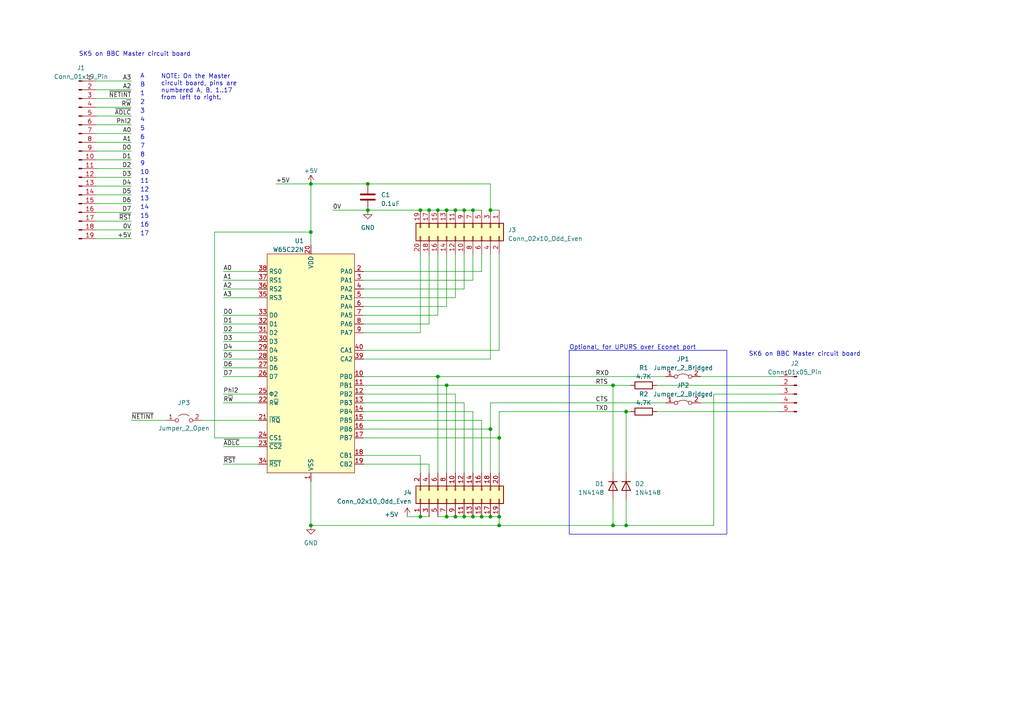
<source format=kicad_sch>
(kicad_sch (version 20230121) (generator eeschema)
  (paper "A4")
  (lib_symbols
    (symbol "Connector:Conn_01x05_Pin" (pin_names (offset 1.016) hide)
      (property "Reference" "J" (at 0 7.62 0))
      (property "Value" "Conn_01x05_Pin" (at 0 -7.62 0))
      (symbol "Conn_01x05_Pin_1_1"
        (polyline (pts (xy 1.27 -5.08) (xy 0.8636 -5.08)) (stroke (width 0.1524)))
        (polyline (pts (xy 1.27 -2.54) (xy 0.8636 -2.54)) (stroke (width 0.1524)))
        (polyline (pts (xy 1.27 0) (xy 0.8636 0)) (stroke (width 0.1524)))
        (polyline (pts (xy 1.27 2.54) (xy 0.8636 2.54)) (stroke (width 0.1524)))
        (polyline (pts (xy 1.27 5.08) (xy 0.8636 5.08)) (stroke (width 0.1524)))
        (rectangle (start 0.8636 -4.953) (end 0 -5.207) (stroke (width 0.1524)) (fill (type outline)))
        (rectangle (start 0.8636 -2.413) (end 0 -2.667) (stroke (width 0.1524)) (fill (type outline)))
        (rectangle (start 0.8636 0.127) (end 0 -0.127) (stroke (width 0.1524)) (fill (type outline)))
        (rectangle (start 0.8636 2.667) (end 0 2.413) (stroke (width 0.1524)) (fill (type outline)))
        (rectangle (start 0.8636 5.207) (end 0 4.953) (stroke (width 0.1524)) (fill (type outline)))
        (pin passive line (at 5.08 5.08 180) (length 3.81) (name "Pin_1") (number "1"))
        (pin passive line (at 5.08 2.54 180) (length 3.81) (name "Pin_2") (number "2"))
        (pin passive line (at 5.08 0 180) (length 3.81) (name "Pin_3") (number "3"))
        (pin passive line (at 5.08 -2.54 180) (length 3.81) (name "Pin_4") (number "4"))
        (pin passive line (at 5.08 -5.08 180) (length 3.81) (name "Pin_5") (number "5"))
      )
    )
    (symbol "Connector:Conn_01x19_Pin" (pin_names (offset 1.016) hide)
      (property "Reference" "J" (at 0 25.4 0))
      (property "Value" "Conn_01x19_Pin" (at 0 -25.4 0))
      (symbol "Conn_01x19_Pin_1_1"
        (polyline (pts (xy 1.27 -22.86) (xy 0.8636 -22.86)) (stroke (width 0.1524)))
        (polyline (pts (xy 1.27 -20.32) (xy 0.8636 -20.32)) (stroke (width 0.1524)))
        (polyline (pts (xy 1.27 -17.78) (xy 0.8636 -17.78)) (stroke (width 0.1524)))
        (polyline (pts (xy 1.27 -15.24) (xy 0.8636 -15.24)) (stroke (width 0.1524)))
        (polyline (pts (xy 1.27 -12.7) (xy 0.8636 -12.7)) (stroke (width 0.1524)))
        (polyline (pts (xy 1.27 -10.16) (xy 0.8636 -10.16)) (stroke (width 0.1524)))
        (polyline (pts (xy 1.27 -7.62) (xy 0.8636 -7.62)) (stroke (width 0.1524)))
        (polyline (pts (xy 1.27 -5.08) (xy 0.8636 -5.08)) (stroke (width 0.1524)))
        (polyline (pts (xy 1.27 -2.54) (xy 0.8636 -2.54)) (stroke (width 0.1524)))
        (polyline (pts (xy 1.27 0) (xy 0.8636 0)) (stroke (width 0.1524)))
        (polyline (pts (xy 1.27 2.54) (xy 0.8636 2.54)) (stroke (width 0.1524)))
        (polyline (pts (xy 1.27 5.08) (xy 0.8636 5.08)) (stroke (width 0.1524)))
        (polyline (pts (xy 1.27 7.62) (xy 0.8636 7.62)) (stroke (width 0.1524)))
        (polyline (pts (xy 1.27 10.16) (xy 0.8636 10.16)) (stroke (width 0.1524)))
        (polyline (pts (xy 1.27 12.7) (xy 0.8636 12.7)) (stroke (width 0.1524)))
        (polyline (pts (xy 1.27 15.24) (xy 0.8636 15.24)) (stroke (width 0.1524)))
        (polyline (pts (xy 1.27 17.78) (xy 0.8636 17.78)) (stroke (width 0.1524)))
        (polyline (pts (xy 1.27 20.32) (xy 0.8636 20.32)) (stroke (width 0.1524)))
        (polyline (pts (xy 1.27 22.86) (xy 0.8636 22.86)) (stroke (width 0.1524)))
        (rectangle (start 0.8636 -22.733) (end 0 -22.987) (stroke (width 0.1524)) (fill (type outline)))
        (rectangle (start 0.8636 -20.193) (end 0 -20.447) (stroke (width 0.1524)) (fill (type outline)))
        (rectangle (start 0.8636 -17.653) (end 0 -17.907) (stroke (width 0.1524)) (fill (type outline)))
        (rectangle (start 0.8636 -15.113) (end 0 -15.367) (stroke (width 0.1524)) (fill (type outline)))
        (rectangle (start 0.8636 -12.573) (end 0 -12.827) (stroke (width 0.1524)) (fill (type outline)))
        (rectangle (start 0.8636 -10.033) (end 0 -10.287) (stroke (width 0.1524)) (fill (type outline)))
        (rectangle (start 0.8636 -7.493) (end 0 -7.747) (stroke (width 0.1524)) (fill (type outline)))
        (rectangle (start 0.8636 -4.953) (end 0 -5.207) (stroke (width 0.1524)) (fill (type outline)))
        (rectangle (start 0.8636 -2.413) (end 0 -2.667) (stroke (width 0.1524)) (fill (type outline)))
        (rectangle (start 0.8636 0.127) (end 0 -0.127) (stroke (width 0.1524)) (fill (type outline)))
        (rectangle (start 0.8636 2.667) (end 0 2.413) (stroke (width 0.1524)) (fill (type outline)))
        (rectangle (start 0.8636 5.207) (end 0 4.953) (stroke (width 0.1524)) (fill (type outline)))
        (rectangle (start 0.8636 7.747) (end 0 7.493) (stroke (width 0.1524)) (fill (type outline)))
        (rectangle (start 0.8636 10.287) (end 0 10.033) (stroke (width 0.1524)) (fill (type outline)))
        (rectangle (start 0.8636 12.827) (end 0 12.573) (stroke (width 0.1524)) (fill (type outline)))
        (rectangle (start 0.8636 15.367) (end 0 15.113) (stroke (width 0.1524)) (fill (type outline)))
        (rectangle (start 0.8636 17.907) (end 0 17.653) (stroke (width 0.1524)) (fill (type outline)))
        (rectangle (start 0.8636 20.447) (end 0 20.193) (stroke (width 0.1524)) (fill (type outline)))
        (rectangle (start 0.8636 22.987) (end 0 22.733) (stroke (width 0.1524)) (fill (type outline)))
        (pin passive line (at 5.08 22.86 180) (length 3.81) (name "Pin_1") (number "1"))
        (pin passive line (at 5.08 0 180) (length 3.81) (name "Pin_10") (number "10"))
        (pin passive line (at 5.08 -2.54 180) (length 3.81) (name "Pin_11") (number "11"))
        (pin passive line (at 5.08 -5.08 180) (length 3.81) (name "Pin_12") (number "12"))
        (pin passive line (at 5.08 -7.62 180) (length 3.81) (name "Pin_13") (number "13"))
        (pin passive line (at 5.08 -10.16 180) (length 3.81) (name "Pin_14") (number "14"))
        (pin passive line (at 5.08 -12.7 180) (length 3.81) (name "Pin_15") (number "15"))
        (pin passive line (at 5.08 -15.24 180) (length 3.81) (name "Pin_16") (number "16"))
        (pin passive line (at 5.08 -17.78 180) (length 3.81) (name "Pin_17") (number "17"))
        (pin passive line (at 5.08 -20.32 180) (length 3.81) (name "Pin_18") (number "18"))
        (pin passive line (at 5.08 -22.86 180) (length 3.81) (name "Pin_19") (number "19"))
        (pin passive line (at 5.08 20.32 180) (length 3.81) (name "Pin_2") (number "2"))
        (pin passive line (at 5.08 17.78 180) (length 3.81) (name "Pin_3") (number "3"))
        (pin passive line (at 5.08 15.24 180) (length 3.81) (name "Pin_4") (number "4"))
        (pin passive line (at 5.08 12.7 180) (length 3.81) (name "Pin_5") (number "5"))
        (pin passive line (at 5.08 10.16 180) (length 3.81) (name "Pin_6") (number "6"))
        (pin passive line (at 5.08 7.62 180) (length 3.81) (name "Pin_7") (number "7"))
        (pin passive line (at 5.08 5.08 180) (length 3.81) (name "Pin_8") (number "8"))
        (pin passive line (at 5.08 2.54 180) (length 3.81) (name "Pin_9") (number "9"))
      )
    )
    (symbol "Connector_Generic:Conn_02x10_Odd_Even" (pin_names (offset 1.016) hide)
      (property "Reference" "J" (at 1.27 12.7 0))
      (property "Value" "Conn_02x10_Odd_Even" (at 1.27 -15.24 0))
      (symbol "Conn_02x10_Odd_Even_1_1"
        (rectangle (start -1.27 -12.573) (end 0 -12.827) (stroke (width 0.1524)))
        (rectangle (start -1.27 -10.033) (end 0 -10.287) (stroke (width 0.1524)))
        (rectangle (start -1.27 -7.493) (end 0 -7.747) (stroke (width 0.1524)))
        (rectangle (start -1.27 -4.953) (end 0 -5.207) (stroke (width 0.1524)))
        (rectangle (start -1.27 -2.413) (end 0 -2.667) (stroke (width 0.1524)))
        (rectangle (start -1.27 0.127) (end 0 -0.127) (stroke (width 0.1524)))
        (rectangle (start -1.27 2.667) (end 0 2.413) (stroke (width 0.1524)))
        (rectangle (start -1.27 5.207) (end 0 4.953) (stroke (width 0.1524)))
        (rectangle (start -1.27 7.747) (end 0 7.493) (stroke (width 0.1524)))
        (rectangle (start -1.27 10.287) (end 0 10.033) (stroke (width 0.1524)))
        (rectangle (start -1.27 11.43) (end 3.81 -13.97) (stroke (width 0.254)) (fill (type background)))
        (rectangle (start 3.81 -12.573) (end 2.54 -12.827) (stroke (width 0.1524)))
        (rectangle (start 3.81 -10.033) (end 2.54 -10.287) (stroke (width 0.1524)))
        (rectangle (start 3.81 -7.493) (end 2.54 -7.747) (stroke (width 0.1524)))
        (rectangle (start 3.81 -4.953) (end 2.54 -5.207) (stroke (width 0.1524)))
        (rectangle (start 3.81 -2.413) (end 2.54 -2.667) (stroke (width 0.1524)))
        (rectangle (start 3.81 0.127) (end 2.54 -0.127) (stroke (width 0.1524)))
        (rectangle (start 3.81 2.667) (end 2.54 2.413) (stroke (width 0.1524)))
        (rectangle (start 3.81 5.207) (end 2.54 4.953) (stroke (width 0.1524)))
        (rectangle (start 3.81 7.747) (end 2.54 7.493) (stroke (width 0.1524)))
        (rectangle (start 3.81 10.287) (end 2.54 10.033) (stroke (width 0.1524)))
        (pin passive line (at -5.08 10.16 0) (length 3.81) (name "Pin_1") (number "1"))
        (pin passive line (at 7.62 0 180) (length 3.81) (name "Pin_10") (number "10"))
        (pin passive line (at -5.08 -2.54 0) (length 3.81) (name "Pin_11") (number "11"))
        (pin passive line (at 7.62 -2.54 180) (length 3.81) (name "Pin_12") (number "12"))
        (pin passive line (at -5.08 -5.08 0) (length 3.81) (name "Pin_13") (number "13"))
        (pin passive line (at 7.62 -5.08 180) (length 3.81) (name "Pin_14") (number "14"))
        (pin passive line (at -5.08 -7.62 0) (length 3.81) (name "Pin_15") (number "15"))
        (pin passive line (at 7.62 -7.62 180) (length 3.81) (name "Pin_16") (number "16"))
        (pin passive line (at -5.08 -10.16 0) (length 3.81) (name "Pin_17") (number "17"))
        (pin passive line (at 7.62 -10.16 180) (length 3.81) (name "Pin_18") (number "18"))
        (pin passive line (at -5.08 -12.7 0) (length 3.81) (name "Pin_19") (number "19"))
        (pin passive line (at 7.62 10.16 180) (length 3.81) (name "Pin_2") (number "2"))
        (pin passive line (at 7.62 -12.7 180) (length 3.81) (name "Pin_20") (number "20"))
        (pin passive line (at -5.08 7.62 0) (length 3.81) (name "Pin_3") (number "3"))
        (pin passive line (at 7.62 7.62 180) (length 3.81) (name "Pin_4") (number "4"))
        (pin passive line (at -5.08 5.08 0) (length 3.81) (name "Pin_5") (number "5"))
        (pin passive line (at 7.62 5.08 180) (length 3.81) (name "Pin_6") (number "6"))
        (pin passive line (at -5.08 2.54 0) (length 3.81) (name "Pin_7") (number "7"))
        (pin passive line (at 7.62 2.54 180) (length 3.81) (name "Pin_8") (number "8"))
        (pin passive line (at -5.08 0 0) (length 3.81) (name "Pin_9") (number "9"))
      )
    )
    (symbol "Device:C" (pin_numbers hide) (pin_names (offset 0.254))
      (property "Reference" "C" (at 0.635 2.54 0))
      (property "Value" "C" (at 0.635 -2.54 0))
      (symbol "C_0_1"
        (polyline (pts (xy -2.032 -0.762) (xy 2.032 -0.762)) (stroke (width 0.508)))
        (polyline (pts (xy -2.032 0.762) (xy 2.032 0.762)) (stroke (width 0.508)))
      )
      (symbol "C_1_1"
        (pin passive line (at 0 3.81 270) (length 2.794) (name "~") (number "1"))
        (pin passive line (at 0 -3.81 90) (length 2.794) (name "~") (number "2"))
      )
    )
    (symbol "Device:R" (pin_numbers hide) (pin_names (offset 0))
      (property "Reference" "R" (at 2.032 0 90))
      (property "Value" "R" (at 0 0 90))
      (symbol "R_0_1"
        (rectangle (start -1.016 -2.54) (end 1.016 2.54) (stroke (width 0.254)))
      )
      (symbol "R_1_1"
        (pin passive line (at 0 3.81 270) (length 1.27) (name "~") (number "1"))
        (pin passive line (at 0 -3.81 90) (length 1.27) (name "~") (number "2"))
      )
    )
    (symbol "Diode:1N4148" (pin_numbers hide) (pin_names hide)
      (property "Reference" "D" (at 0 2.54 0))
      (property "Value" "1N4148" (at 0 -2.54 0))
      (symbol "1N4148_0_1"
        (polyline (pts (xy -1.27 1.27) (xy -1.27 -1.27)) (stroke (width 0.254)))
        (polyline (pts (xy 1.27 0) (xy -1.27 0)))
        (polyline (pts (xy 1.27 1.27) (xy 1.27 -1.27) (xy -1.27 0) (xy 1.27 1.27)) (stroke (width 0.254)))
      )
      (symbol "1N4148_1_1"
        (pin passive line (at -3.81 0 0) (length 2.54) (name "K") (number "1"))
        (pin passive line (at 3.81 0 180) (length 2.54) (name "A") (number "2"))
      )
    )
    (symbol "Jumper:Jumper_2_Bridged" (pin_names (offset 0) hide)
      (property "Reference" "JP" (at 0 1.905 0))
      (property "Value" "Jumper_2_Bridged" (at 0 -2.54 0))
      (symbol "Jumper_2_Bridged_0_0"
        (circle (center -2.032 0) (radius 0.508))
        (circle (center 2.032 0) (radius 0.508))
      )
      (symbol "Jumper_2_Bridged_0_1"
        (arc (start 1.524 0.254) (mid 0 0.762) (end -1.524 0.254))
      )
      (symbol "Jumper_2_Bridged_1_1"
        (pin passive line (at -5.08 0 0) (length 2.54) (name "A") (number "1"))
        (pin passive line (at 5.08 0 180) (length 2.54) (name "B") (number "2"))
      )
    )
    (symbol "Jumper:Jumper_2_Open" (pin_names (offset 0) hide)
      (property "Reference" "JP" (at 0 2.794 0))
      (property "Value" "Jumper_2_Open" (at 0 -2.286 0))
      (symbol "Jumper_2_Open_0_0"
        (circle (center -2.032 0) (radius 0.508))
        (circle (center 2.032 0) (radius 0.508))
      )
      (symbol "Jumper_2_Open_0_1"
        (arc (start 1.524 1.27) (mid 0 1.778) (end -1.524 1.27))
      )
      (symbol "Jumper_2_Open_1_1"
        (pin passive line (at -5.08 0 0) (length 2.54) (name "A") (number "1"))
        (pin passive line (at 5.08 0 180) (length 2.54) (name "B") (number "2"))
      )
    )
    (symbol "W65C22:W65C22"
      (property "Reference" "U" (at 0 0 0))
      (property "Value" "W65C22" (at 0 -39.37 0))
      (symbol "W65C22_0_0"
        (pin power_in line (at 0 -73.66 90) (length 2.54) (name "VSS") (number "1"))
      )
      (symbol "W65C22_0_1"
        (rectangle (start -12.7 -7.62) (end 12.7 -71.12) (fill (type background)))
      )
      (symbol "W65C22_1_1"
        (pin tri_state line (at -15.24 -43.18 0) (length 2.54) (name "PB0") (number "10"))
        (pin tri_state line (at -15.24 -45.72 0) (length 2.54) (name "PB1") (number "11"))
        (pin tri_state line (at -15.24 -48.26 0) (length 2.54) (name "PB2") (number "12"))
        (pin tri_state line (at -15.24 -50.8 0) (length 2.54) (name "PB3") (number "13"))
        (pin tri_state line (at -15.24 -53.34 0) (length 2.54) (name "PB4") (number "14"))
        (pin tri_state line (at -15.24 -55.88 0) (length 2.54) (name "PB5") (number "15"))
        (pin tri_state line (at -15.24 -58.42 0) (length 2.54) (name "PB6") (number "16"))
        (pin tri_state line (at -15.24 -60.96 0) (length 2.54) (name "PB7") (number "17"))
        (pin tri_state line (at -15.24 -66.04 0) (length 2.54) (name "CB1") (number "18"))
        (pin tri_state line (at -15.24 -68.58 0) (length 2.54) (name "CB2") (number "19"))
        (pin tri_state line (at -15.24 -12.7 0) (length 2.54) (name "PA0") (number "2"))
        (pin power_in line (at 0 -5.08 270) (length 2.54) (name "VDD") (number "20"))
        (pin output line (at 15.24 -55.88 180) (length 2.54) (name "~{IRQ}") (number "21"))
        (pin input line (at 15.24 -50.8 180) (length 2.54) (name "R~{W}") (number "22"))
        (pin input line (at 15.24 -63.5 180) (length 2.54) (name "~{CS2}") (number "23"))
        (pin input line (at 15.24 -60.96 180) (length 2.54) (name "CS1") (number "24"))
        (pin input line (at 15.24 -48.26 180) (length 2.54) (name "Φ2") (number "25"))
        (pin tri_state line (at 15.24 -43.18 180) (length 2.54) (name "D7") (number "26"))
        (pin tri_state line (at 15.24 -40.64 180) (length 2.54) (name "D6") (number "27"))
        (pin tri_state line (at 15.24 -38.1 180) (length 2.54) (name "D5") (number "28"))
        (pin tri_state line (at 15.24 -35.56 180) (length 2.54) (name "D4") (number "29"))
        (pin tri_state line (at -15.24 -15.24 0) (length 2.54) (name "PA1") (number "3"))
        (pin tri_state line (at 15.24 -33.02 180) (length 2.54) (name "D3") (number "30"))
        (pin tri_state line (at 15.24 -30.48 180) (length 2.54) (name "D2") (number "31"))
        (pin tri_state line (at 15.24 -27.94 180) (length 2.54) (name "D1") (number "32"))
        (pin tri_state line (at 15.24 -25.4 180) (length 2.54) (name "D0") (number "33"))
        (pin input line (at 15.24 -68.58 180) (length 2.54) (name "~{RST}") (number "34"))
        (pin input line (at 15.24 -20.32 180) (length 2.54) (name "RS3") (number "35"))
        (pin input line (at 15.24 -17.78 180) (length 2.54) (name "RS2") (number "36"))
        (pin input line (at 15.24 -15.24 180) (length 2.54) (name "RS1") (number "37"))
        (pin input line (at 15.24 -12.7 180) (length 2.54) (name "RS0") (number "38"))
        (pin tri_state line (at -15.24 -38.1 0) (length 2.54) (name "CA2") (number "39"))
        (pin tri_state line (at -15.24 -17.78 0) (length 2.54) (name "PA2") (number "4"))
        (pin tri_state line (at -15.24 -35.56 0) (length 2.54) (name "CA1") (number "40"))
        (pin tri_state line (at -15.24 -20.32 0) (length 2.54) (name "PA3") (number "5"))
        (pin tri_state line (at -15.24 -22.86 0) (length 2.54) (name "PA4") (number "6"))
        (pin tri_state line (at -15.24 -25.4 0) (length 2.54) (name "PA5") (number "7"))
        (pin tri_state line (at -15.24 -27.94 0) (length 2.54) (name "PA6") (number "8"))
        (pin tri_state line (at -15.24 -30.48 0) (length 2.54) (name "PA7") (number "9"))
      )
    )
    (symbol "power:+5V" (power) (pin_names (offset 0))
      (property "Value" "+5V" (at 0 3.556 0))
      (symbol "+5V_0_1"
        (polyline (pts (xy -0.762 1.27) (xy 0 2.54)))
        (polyline (pts (xy 0 0) (xy 0 2.54)))
        (polyline (pts (xy 0 2.54) (xy 0.762 1.27)))
      )
      (symbol "+5V_1_1"
        (pin power_in line (at 0 0 90) (length 0) hide (name "+5V") (number "1"))
      )
    )
    (symbol "power:GND" (power) (pin_names (offset 0))
      (property "Value" "GND" (at 0 -3.81 0))
      (symbol "GND_0_1"
        (polyline (pts (xy 0 0) (xy 0 -1.27) (xy 1.27 -1.27) (xy 0 -2.54) (xy -1.27 -1.27) (xy 0 -1.27)))
      )
      (symbol "GND_1_1"
        (pin power_in line (at 0 0 270) (length 0) hide (name "GND") (number "1"))
      )
    )
  )
  (junction (at 134.62 60.96))
  (junction (at 144.78 149.86))
  (junction (at 121.92 149.86))
  (junction (at 90.17 67.31))
  (junction (at 181.61 152.4))
  (junction (at 129.54 111.76))
  (junction (at 124.46 60.96))
  (junction (at 90.17 152.4))
  (junction (at 127 60.96))
  (junction (at 121.92 60.96))
  (junction (at 106.68 60.96))
  (junction (at 134.62 149.86))
  (junction (at 137.16 149.86))
  (junction (at 106.68 53.34))
  (junction (at 137.16 60.96))
  (junction (at 181.61 119.38))
  (junction (at 127 109.22))
  (junction (at 90.17 53.34))
  (junction (at 177.8 111.76))
  (junction (at 132.08 149.86))
  (junction (at 177.8 152.4))
  (junction (at 139.7 149.86))
  (junction (at 144.78 152.4))
  (junction (at 142.24 149.86))
  (junction (at 129.54 60.96))
  (junction (at 142.24 124.46))
  (junction (at 129.54 149.86))
  (junction (at 144.78 127))
  (junction (at 132.08 60.96))
  (junction (at 142.24 60.96))
  (wire (pts (xy 27.94 23.495) (xy 38.1 23.495)))
  (wire (pts (xy 129.54 149.86) (xy 132.08 149.86)))
  (wire (pts (xy 105.41 91.44) (xy 127 91.44)))
  (wire (pts (xy 74.93 109.22) (xy 64.77 109.22)))
  (wire (pts (xy 177.8 111.76) (xy 182.88 111.76)))
  (wire (pts (xy 121.92 132.08) (xy 121.92 137.16)))
  (wire (pts (xy 27.94 48.895) (xy 38.1 48.895)))
  (wire (pts (xy 74.93 134.62) (xy 64.77 134.62)))
  (wire (pts (xy 142.24 104.14) (xy 105.41 104.14)))
  (wire (pts (xy 105.41 111.76) (xy 129.54 111.76)))
  (wire (pts (xy 181.61 119.38) (xy 182.88 119.38)))
  (wire (pts (xy 142.24 73.66) (xy 142.24 104.14)))
  (wire (pts (xy 105.41 93.98) (xy 124.46 93.98)))
  (wire (pts (xy 134.62 83.82) (xy 134.62 73.66)))
  (wire (pts (xy 177.8 152.4) (xy 181.61 152.4)))
  (wire (pts (xy 105.41 81.28) (xy 137.16 81.28)))
  (wire (pts (xy 139.7 121.92) (xy 139.7 137.16)))
  (wire (pts (xy 203.2 116.84) (xy 226.06 116.84)))
  (wire (pts (xy 142.24 124.46) (xy 142.24 137.16)))
  (wire (pts (xy 105.41 88.9) (xy 129.54 88.9)))
  (wire (pts (xy 142.24 124.46) (xy 142.24 116.84)))
  (wire (pts (xy 142.24 116.84) (xy 193.04 116.84)))
  (wire (pts (xy 74.93 101.6) (xy 64.77 101.6)))
  (wire (pts (xy 90.17 53.34) (xy 80.01 53.34)))
  (wire (pts (xy 207.01 114.3) (xy 207.01 152.4)))
  (wire (pts (xy 74.93 93.98) (xy 64.77 93.98)))
  (wire (pts (xy 90.17 152.4) (xy 144.78 152.4)))
  (wire (pts (xy 105.41 124.46) (xy 142.24 124.46)))
  (wire (pts (xy 105.41 119.38) (xy 137.16 119.38)))
  (wire (pts (xy 134.62 60.96) (xy 137.16 60.96)))
  (wire (pts (xy 74.93 86.36) (xy 64.77 86.36)))
  (wire (pts (xy 181.61 119.38) (xy 181.61 137.16)))
  (wire (pts (xy 90.17 67.31) (xy 90.17 71.12)))
  (wire (pts (xy 144.78 119.38) (xy 181.61 119.38)))
  (wire (pts (xy 139.7 78.74) (xy 139.7 73.66)))
  (wire (pts (xy 129.54 88.9) (xy 129.54 73.66)))
  (wire (pts (xy 27.94 64.135) (xy 38.1 64.135)))
  (wire (pts (xy 124.46 93.98) (xy 124.46 73.66)))
  (wire (pts (xy 127 149.86) (xy 129.54 149.86)))
  (wire (pts (xy 190.5 111.76) (xy 226.06 111.76)))
  (wire (pts (xy 27.94 43.815) (xy 38.1 43.815)))
  (wire (pts (xy 181.61 144.78) (xy 181.61 152.4)))
  (wire (pts (xy 118.11 149.86) (xy 121.92 149.86)))
  (wire (pts (xy 74.93 81.28) (xy 64.77 81.28)))
  (wire (pts (xy 106.68 60.96) (xy 96.52 60.96)))
  (wire (pts (xy 121.92 96.52) (xy 105.41 96.52)))
  (wire (pts (xy 106.68 60.96) (xy 121.92 60.96)))
  (wire (pts (xy 127 109.22) (xy 193.04 109.22)))
  (wire (pts (xy 105.41 86.36) (xy 132.08 86.36)))
  (wire (pts (xy 74.93 129.54) (xy 64.77 129.54)))
  (wire (pts (xy 129.54 60.96) (xy 132.08 60.96)))
  (wire (pts (xy 74.93 99.06) (xy 64.77 99.06)))
  (wire (pts (xy 144.78 119.38) (xy 144.78 127)))
  (wire (pts (xy 137.16 81.28) (xy 137.16 73.66)))
  (wire (pts (xy 121.92 149.86) (xy 124.46 149.86)))
  (wire (pts (xy 105.41 83.82) (xy 134.62 83.82)))
  (wire (pts (xy 142.24 60.96) (xy 144.78 60.96)))
  (wire (pts (xy 144.78 101.6) (xy 144.78 73.66)))
  (wire (pts (xy 134.62 116.84) (xy 134.62 137.16)))
  (wire (pts (xy 27.94 33.655) (xy 38.1 33.655)))
  (wire (pts (xy 27.94 41.275) (xy 38.1 41.275)))
  (wire (pts (xy 124.46 60.96) (xy 127 60.96)))
  (wire (pts (xy 127 60.96) (xy 129.54 60.96)))
  (wire (pts (xy 129.54 111.76) (xy 177.8 111.76)))
  (wire (pts (xy 105.41 127) (xy 144.78 127)))
  (wire (pts (xy 74.93 78.74) (xy 64.77 78.74)))
  (wire (pts (xy 134.62 149.86) (xy 137.16 149.86)))
  (wire (pts (xy 132.08 114.3) (xy 132.08 137.16)))
  (wire (pts (xy 27.94 56.515) (xy 38.1 56.515)))
  (wire (pts (xy 90.17 53.34) (xy 106.68 53.34)))
  (wire (pts (xy 27.94 26.035) (xy 38.1 26.035)))
  (wire (pts (xy 105.41 101.6) (xy 144.78 101.6)))
  (wire (pts (xy 144.78 152.4) (xy 177.8 152.4)))
  (wire (pts (xy 106.68 53.34) (xy 142.24 53.34)))
  (wire (pts (xy 74.93 114.3) (xy 64.77 114.3)))
  (wire (pts (xy 105.41 109.22) (xy 127 109.22)))
  (wire (pts (xy 127 109.22) (xy 127 137.16)))
  (wire (pts (xy 132.08 86.36) (xy 132.08 73.66)))
  (wire (pts (xy 127 91.44) (xy 127 73.66)))
  (wire (pts (xy 105.41 114.3) (xy 132.08 114.3)))
  (wire (pts (xy 207.01 114.3) (xy 226.06 114.3)))
  (wire (pts (xy 137.16 60.96) (xy 139.7 60.96)))
  (wire (pts (xy 177.8 144.78) (xy 177.8 152.4)))
  (wire (pts (xy 139.7 149.86) (xy 142.24 149.86)))
  (wire (pts (xy 137.16 149.86) (xy 139.7 149.86)))
  (wire (pts (xy 144.78 127) (xy 144.78 137.16)))
  (wire (pts (xy 48.26 121.92) (xy 38.1 121.92)))
  (wire (pts (xy 74.93 127) (xy 62.23 127)))
  (wire (pts (xy 105.41 121.92) (xy 139.7 121.92)))
  (wire (pts (xy 121.92 60.96) (xy 124.46 60.96)))
  (wire (pts (xy 190.5 119.38) (xy 226.06 119.38)))
  (wire (pts (xy 132.08 149.86) (xy 134.62 149.86)))
  (wire (pts (xy 27.94 53.975) (xy 38.1 53.975)))
  (wire (pts (xy 90.17 67.31) (xy 90.17 53.34)))
  (wire (pts (xy 105.41 134.62) (xy 124.46 134.62)))
  (wire (pts (xy 27.94 69.215) (xy 38.1 69.215)))
  (wire (pts (xy 27.94 66.675) (xy 38.1 66.675)))
  (wire (pts (xy 27.94 46.355) (xy 38.1 46.355)))
  (wire (pts (xy 203.2 109.22) (xy 226.06 109.22)))
  (wire (pts (xy 105.41 116.84) (xy 134.62 116.84)))
  (wire (pts (xy 27.94 28.575) (xy 38.1 28.575)))
  (wire (pts (xy 129.54 111.76) (xy 129.54 137.16)))
  (wire (pts (xy 181.61 152.4) (xy 207.01 152.4)))
  (wire (pts (xy 74.93 96.52) (xy 64.77 96.52)))
  (wire (pts (xy 62.23 127) (xy 62.23 67.31)))
  (wire (pts (xy 105.41 132.08) (xy 121.92 132.08)))
  (wire (pts (xy 27.94 36.195) (xy 38.1 36.195)))
  (wire (pts (xy 27.94 59.055) (xy 38.1 59.055)))
  (wire (pts (xy 142.24 53.34) (xy 142.24 60.96)))
  (wire (pts (xy 124.46 134.62) (xy 124.46 137.16)))
  (wire (pts (xy 74.93 91.44) (xy 64.77 91.44)))
  (wire (pts (xy 58.42 121.92) (xy 74.93 121.92)))
  (wire (pts (xy 27.94 51.435) (xy 38.1 51.435)))
  (wire (pts (xy 142.24 149.86) (xy 144.78 149.86)))
  (wire (pts (xy 74.93 83.82) (xy 64.77 83.82)))
  (wire (pts (xy 74.93 106.68) (xy 64.77 106.68)))
  (wire (pts (xy 121.92 73.66) (xy 121.92 96.52)))
  (wire (pts (xy 90.17 139.7) (xy 90.17 152.4)))
  (wire (pts (xy 177.8 137.16) (xy 177.8 111.76)))
  (wire (pts (xy 74.93 116.84) (xy 64.77 116.84)))
  (wire (pts (xy 27.94 38.735) (xy 38.1 38.735)))
  (wire (pts (xy 132.08 60.96) (xy 134.62 60.96)))
  (wire (pts (xy 27.94 61.595) (xy 38.1 61.595)))
  (wire (pts (xy 137.16 119.38) (xy 137.16 137.16)))
  (wire (pts (xy 62.23 67.31) (xy 90.17 67.31)))
  (wire (pts (xy 144.78 149.86) (xy 144.78 152.4)))
  (wire (pts (xy 74.93 104.14) (xy 64.77 104.14)))
  (wire (pts (xy 105.41 78.74) (xy 139.7 78.74)))
  (wire (pts (xy 27.94 31.115) (xy 38.1 31.115)))
  (rectangle (start 165.1 101.6) (end 210.82 154.94))
  (text_box "NOTE: On the Master circuit board, pins are numbered A, B, 1..17 from left to right." (at 45.72 20.32 0) (size 26.67 14.605) (stroke (width -0.0001)) (effects (font (size 1.27 1.27)) (justify left top)))
  (text "16" (at 40.64 66.04 0) (effects (font (size 1.27 1.27)) (justify left bottom)))
  (text "6" (at 40.64 40.64 0) (effects (font (size 1.27 1.27)) (justify left bottom)))
  (text "11" (at 40.64 53.34 0) (effects (font (size 1.27 1.27)) (justify left bottom)))
  (text "17" (at 40.64 68.58 0) (effects (font (size 1.27 1.27)) (justify left bottom)))
  (text "SK5 on BBC Master circuit board" (at 22.86 16.51 0) (effects (font (size 1.27 1.27)) (justify left bottom)))
  (text "8" (at 40.64 45.72 0) (effects (font (size 1.27 1.27)) (justify left bottom)))
  (text "3" (at 40.64 33.02 0) (effects (font (size 1.27 1.27)) (justify left bottom)))
  (text "SK6 on BBC Master circuit board" (at 217.17 103.505 0) (effects (font (size 1.27 1.27)) (justify left bottom)))
  (text "9" (at 40.64 48.26 0) (effects (font (size 1.27 1.27)) (justify left bottom)))
  (text "10" (at 40.64 50.8 0) (effects (font (size 1.27 1.27)) (justify left bottom)))
  (text "13" (at 40.64 58.42 0) (effects (font (size 1.27 1.27)) (justify left bottom)))
  (text "7" (at 40.64 43.18 0) (effects (font (size 1.27 1.27)) (justify left bottom)))
  (text "A" (at 40.64 22.86 0) (effects (font (size 1.27 1.27)) (justify left bottom)))
  (text "12" (at 40.64 55.88 0) (effects (font (size 1.27 1.27)) (justify left bottom)))
  (text "Optional, for UPURS over Econet port" (at 165.1 101.6 0) (effects (font (size 1.27 1.27)) (justify left bottom)))
  (text "1" (at 40.64 27.94 0) (effects (font (size 1.27 1.27)) (justify left bottom)))
  (text "2" (at 40.64 30.48 0) (effects (font (size 1.27 1.27)) (justify left bottom)))
  (text "4" (at 40.64 35.56 0) (effects (font (size 1.27 1.27)) (justify left bottom)))
  (text "B" (at 40.64 25.4 0) (effects (font (size 1.27 1.27)) (justify left bottom)))
  (text "15" (at 40.64 63.5 0) (effects (font (size 1.27 1.27)) (justify left bottom)))
  (text "5" (at 40.64 38.1 0) (effects (font (size 1.27 1.27)) (justify left bottom)))
  (text "14" (at 40.64 60.96 0) (effects (font (size 1.27 1.27)) (justify left bottom)))
  (label "TXD" (at 172.72 119.38 0))
  (label "A1" (at 38.1 41.275 180))
  (label "0V" (at 38.1 66.675 180))
  (label "D4" (at 64.77 101.6 0))
  (label "D0" (at 64.77 91.44 0))
  (label "R~{W}" (at 64.77 116.84 0))
  (label "D7" (at 64.77 109.22 0))
  (label "+5V" (at 80.01 53.34 0))
  (label "~{ADLC}" (at 64.77 129.54 0))
  (label "CTS" (at 172.72 116.84 0))
  (label "D3" (at 64.77 99.06 0))
  (label "RXD" (at 172.72 109.22 0))
  (label "~{RST}" (at 38.1 64.135 180))
  (label "RTS" (at 172.72 111.76 0))
  (label "D0" (at 38.1 43.815 180))
  (label "Phi2" (at 64.77 114.3 0))
  (label "D5" (at 64.77 104.14 0))
  (label "D1" (at 38.1 46.355 180))
  (label "~{NETINT}" (at 38.1 28.575 180))
  (label "~{ADLC}" (at 38.1 33.655 180))
  (label "D6" (at 38.1 59.055 180))
  (label "A2" (at 64.77 83.82 0))
  (label "A3" (at 64.77 86.36 0))
  (label "Phi2" (at 38.1 36.195 180))
  (label "0V" (at 96.52 60.96 0))
  (label "D3" (at 38.1 51.435 180))
  (label "D4" (at 38.1 53.975 180))
  (label "A0" (at 64.77 78.74 0))
  (label "+5V" (at 38.1 69.215 180))
  (label "D5" (at 38.1 56.515 180))
  (label "A2" (at 38.1 26.035 180))
  (label "D6" (at 64.77 106.68 0))
  (label "D1" (at 64.77 93.98 0))
  (label "D2" (at 38.1 48.895 180))
  (label "~{NETINT}" (at 38.1 121.92 0))
  (label "A0" (at 38.1 38.735 180))
  (label "A1" (at 64.77 81.28 0))
  (label "~{RST}" (at 64.77 134.62 0))
  (label "R~{W}" (at 38.1 31.115 180))
  (label "A3" (at 38.1 23.495 180))
  (label "D2" (at 64.77 96.52 0))
  (label "D7" (at 38.1 61.595 180))
  (symbol (lib_id "Jumper:Jumper_2_Bridged") (at 198.12 116.84 0) (unit 1)
    (property "Reference" "JP2" (at 198.12 111.76 0))
    (property "Value" "Jumper_2_Bridged" (at 198.12 114.3 0))
    (property "Footprint" "TestPoint:TestPoint_2Pads_Pitch2.54mm_Drill0.8mm" (effects hide))
  )
  (symbol (lib_id "Connector:Conn_01x05_Pin") (at 231.14 114.3 0) (mirror y) (unit 1)
    (property "Reference" "J2" (at 230.505 105.41 0))
    (property "Value" "Conn_01x05_Pin" (at 230.505 107.95 0))
    (property "Footprint" "Connector_PinHeader_2.54mm:PinHeader_1x05_P2.54mm_Vertical" (effects hide))
  )
  (symbol (lib_id "Diode:1N4148") (at 177.8 140.97 270) (unit 1)
    (property "Reference" "D1" (at 175.26 140.335 90) (effects (justify right)))
    (property "Value" "1N4148" (at 175.26 142.875 90) (effects (justify right)))
    (property "Footprint" "Diode_THT:D_DO-35_SOD27_P7.62mm_Horizontal" (effects hide))
    (property "Datasheet" "https://assets.nexperia.com/documents/data-sheet/1N4148_1N4448.pdf" (effects hide))
    (property "Sim.Device" "D" (effects hide))
    (property "Sim.Pins" "1=K 2=A" (effects hide))
  )
  (symbol (lib_id "Device:C") (at 106.68 57.15 0) (unit 1)
    (property "Reference" "C1" (at 110.49 56.515 0) (effects (justify left)))
    (property "Value" "0.1uF" (at 110.49 59.055 0) (effects (justify left)))
    (property "Footprint" "Capacitor_THT:C_Disc_D3.0mm_W1.6mm_P2.50mm" (effects hide))
  )
  (symbol (lib_id "power:+5V") (at 118.11 149.86 0) (unit 1)
    (property "Reference" "#PWR04" (effects hide))
    (property "Value" "+5V" (at 115.57 149.225 0) (effects (justify right)))
  )
  (symbol (lib_id "Diode:1N4148") (at 181.61 140.97 270) (unit 1)
    (property "Reference" "D2" (at 184.15 140.335 90) (effects (justify left)))
    (property "Value" "1N4148" (at 184.15 142.875 90) (effects (justify left)))
    (property "Footprint" "Diode_THT:D_DO-35_SOD27_P7.62mm_Horizontal" (effects hide))
    (property "Datasheet" "https://assets.nexperia.com/documents/data-sheet/1N4148_1N4448.pdf" (effects hide))
    (property "Sim.Device" "D" (effects hide))
    (property "Sim.Pins" "1=K 2=A" (effects hide))
  )
  (symbol (lib_id "power:+5V") (at 90.17 53.34 0) (unit 1)
    (property "Reference" "#PWR03" (effects hide))
    (property "Value" "+5V" (at 90.17 49.53 0))
  )
  (symbol (lib_id "Jumper:Jumper_2_Open") (at 53.34 121.92 0) (unit 1)
    (property "Reference" "JP3" (at 53.34 116.84 0))
    (property "Value" "Jumper_2_Open" (at 53.34 124.206 0))
    (property "Footprint" "Connector_PinHeader_2.54mm:PinHeader_1x02_P2.54mm_Vertical" (effects hide))
  )
  (symbol (lib_id "Connector_Generic:Conn_02x10_Odd_Even") (at 134.62 66.04 270) (unit 1)
    (property "Reference" "J3" (at 147.32 66.675 90) (effects (justify left)))
    (property "Value" "Conn_02x10_Odd_Even" (at 147.32 69.215 90) (effects (justify left)))
    (property "Footprint" "Connector_IDC:IDC-Header_2x10_P2.54mm_Vertical" (effects hide))
  )
  (symbol (lib_id "power:GND") (at 90.17 152.4 0) (unit 1)
    (property "Reference" "#PWR01" (effects hide))
    (property "Value" "GND" (at 90.17 157.48 0))
  )
  (symbol (lib_id "Device:R") (at 186.69 119.38 90) (unit 1)
    (property "Reference" "R2" (at 186.69 114.3 90))
    (property "Value" "4.7K" (at 186.69 116.84 90))
    (property "Footprint" "Resistor_THT:R_Axial_DIN0207_L6.3mm_D2.5mm_P7.62mm_Horizontal" (effects hide))
  )
  (symbol (lib_id "Connector_Generic:Conn_02x10_Odd_Even") (at 132.08 144.78 90) (unit 1)
    (property "Reference" "J4" (at 119.38 142.875 90) (effects (justify left)))
    (property "Value" "Conn_02x10_Odd_Even" (at 119.38 145.415 90) (effects (justify left)))
    (property "Footprint" "Connector_IDC:IDC-Header_2x10_P2.54mm_Vertical" (effects hide))
  )
  (symbol (lib_id "Device:R") (at 186.69 111.76 90) (unit 1)
    (property "Reference" "R1" (at 186.69 106.68 90))
    (property "Value" "4.7K" (at 186.69 109.22 90))
    (property "Footprint" "Resistor_THT:R_Axial_DIN0207_L6.3mm_D2.5mm_P7.62mm_Horizontal" (effects hide))
  )
  (symbol (lib_id "Connector:Conn_01x19_Pin") (at 22.86 46.355 0) (unit 1)
    (property "Reference" "J1" (at 23.495 19.685 0))
    (property "Value" "Conn_01x19_Pin" (at 23.495 22.225 0))
    (property "Footprint" "Connector_PinHeader_2.54mm:PinHeader_1x19_P2.54mm_Vertical" (effects hide))
  )
  (symbol (lib_id "power:GND") (at 106.68 60.96 0) (unit 1)
    (property "Reference" "#PWR02" (effects hide))
    (property "Value" "GND" (at 106.68 66.04 0))
  )
  (symbol (lib_id "W65C22:W65C22") (at 90.17 66.04 0) (mirror y) (unit 1)
    (property "Reference" "U1" (at 88.2141 69.85 0) (effects (justify left)))
    (property "Value" "W65C22N" (at 88.2141 72.39 0) (effects (justify left)))
    (property "Footprint" "Package_DIP:DIP-40_W15.24mm" (effects hide))
    (property "Datasheet" "https://www.westerndesigncenter.com/wdc/documentation/w65c22.pdf" (effects hide))
  )
  (symbol (lib_id "Jumper:Jumper_2_Bridged") (at 198.12 109.22 0) (unit 1)
    (property "Reference" "JP1" (at 198.12 104.14 0))
    (property "Value" "Jumper_2_Bridged" (at 198.12 106.68 0))
    (property "Footprint" "TestPoint:TestPoint_2Pads_Pitch2.54mm_Drill0.8mm" (effects hide))
  )
)
</source>
